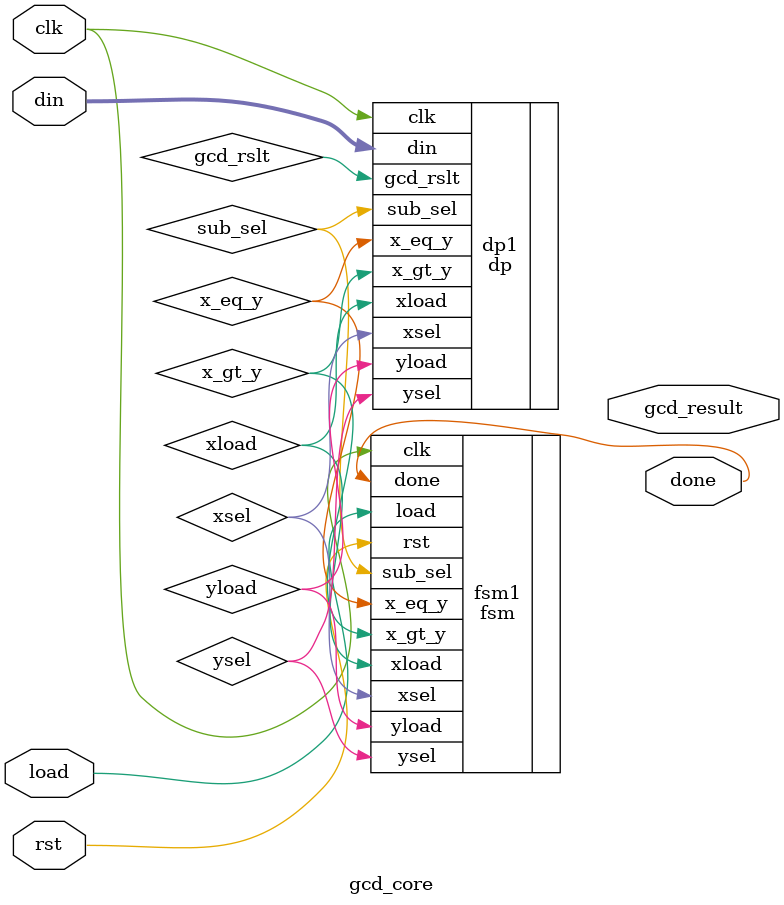
<source format=sv>
`timescale 1ns / 1ps

module gcd_core(
    input clk,
    input rst,
    input load,
    input [7:0] din,
    output [7:0] gcd_result,
    output done
    );
   
// Instantiate the datapath - could have used .name or .*
dp dp1 (
    .clk(clk), 
    .xsel(xsel), 
    .xload(xload), 
    .ysel(ysel), 
    .yload(yload), 
    .sub_sel(sub_sel), 
    .din(din), 
    .x_eq_y(x_eq_y), 
    .x_gt_y(x_gt_y), 
    .gcd_rslt(gcd_rslt)
    );

// Instantiate the controller
fsm fsm1 (
    .clk(clk), 
    .rst(rst), 
    .load(load), 
    .x_eq_y(x_eq_y), 
    .x_gt_y(x_gt_y), 
    .xsel(xsel), 
    .xload(xload), 
    .ysel(ysel), 
    .yload(yload), 
    .sub_sel(sub_sel), 
    .done(done)
    );
endmodule
</source>
